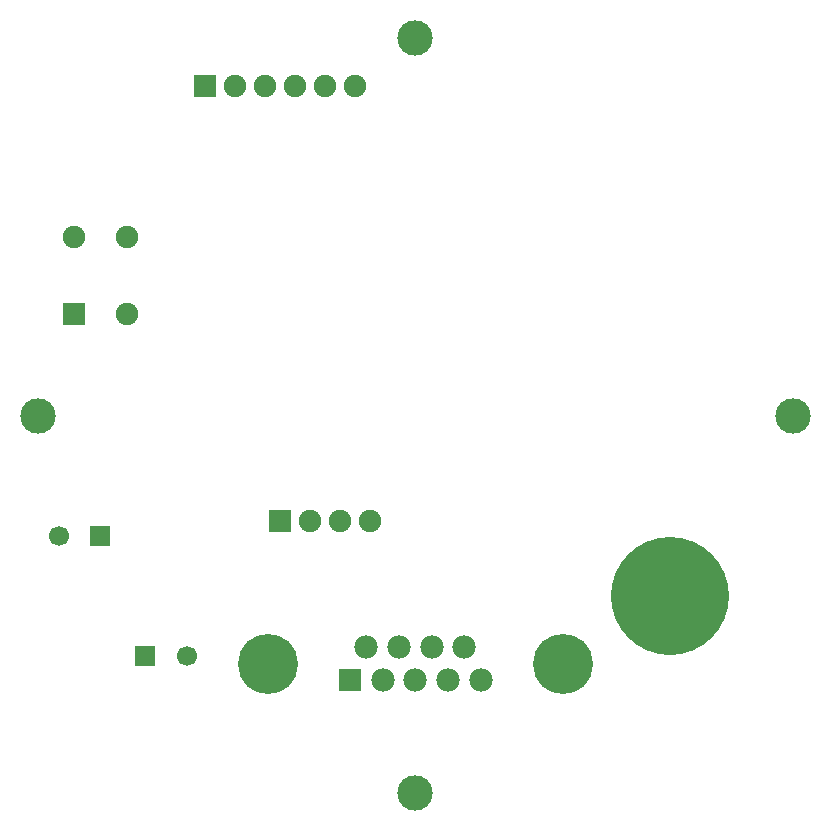
<source format=gbs>
G04 DipTrace 2.4.0.2*
%INlaunchcam.GBS*%
%MOIN*%
%ADD19R,0.0669X0.0669*%
%ADD20C,0.0669*%
%ADD35C,0.2*%
%ADD36C,0.1181*%
%ADD37C,0.3937*%
%ADD48R,0.0779X0.0779*%
%ADD49C,0.0779*%
%ADD63C,0.0748*%
%ADD65R,0.0748X0.0748*%
%FSLAX44Y44*%
G04*
G70*
G90*
G75*
G01*
%LNBotMask*%
%LPD*%
D19*
X9497Y10497D3*
D20*
X10875D3*
D65*
X11497Y29497D3*
D63*
X12497D3*
X13497D3*
X14497D3*
X15497D3*
X16497D3*
D65*
X13997Y14997D3*
D63*
X14997D3*
X15997D3*
X16997D3*
D65*
X7119Y21883D3*
D63*
X8890D3*
Y24442D3*
X7119D3*
D49*
X20127Y10789D3*
X19037D3*
X17947D3*
X16857D3*
X20677Y9669D3*
X19587D3*
X18497D3*
X17407D3*
D48*
X16317D3*
D35*
X13577Y10229D3*
X23417D3*
D19*
X7997Y14497D3*
D20*
X6619D3*
D36*
X18497Y5898D3*
X5898Y18497D3*
X18497Y31095D3*
X31095Y18497D3*
D37*
X26997Y12497D3*
M02*

</source>
